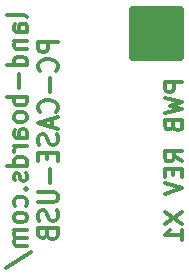
<source format=gbr>
G04 #@! TF.FileFunction,Legend,Bot*
%FSLAX46Y46*%
G04 Gerber Fmt 4.6, Leading zero omitted, Abs format (unit mm)*
G04 Created by KiCad (PCBNEW 4.0.1-stable) date 7/2/2016 9:18:38 PM*
%MOMM*%
G01*
G04 APERTURE LIST*
%ADD10C,0.150000*%
%ADD11C,0.300000*%
%ADD12C,0.650000*%
G04 APERTURE END LIST*
D10*
D11*
X15328571Y-14907144D02*
X13828571Y-14907144D01*
X13828571Y-15478572D01*
X13900000Y-15621430D01*
X13971429Y-15692858D01*
X14114286Y-15764287D01*
X14328571Y-15764287D01*
X14471429Y-15692858D01*
X14542857Y-15621430D01*
X14614286Y-15478572D01*
X14614286Y-14907144D01*
X13828571Y-16264287D02*
X15328571Y-16621430D01*
X14257143Y-16907144D01*
X15328571Y-17192858D01*
X13828571Y-17550001D01*
X14542857Y-18621430D02*
X14614286Y-18835716D01*
X14685714Y-18907144D01*
X14828571Y-18978573D01*
X15042857Y-18978573D01*
X15185714Y-18907144D01*
X15257143Y-18835716D01*
X15328571Y-18692858D01*
X15328571Y-18121430D01*
X13828571Y-18121430D01*
X13828571Y-18621430D01*
X13900000Y-18764287D01*
X13971429Y-18835716D01*
X14114286Y-18907144D01*
X14257143Y-18907144D01*
X14400000Y-18835716D01*
X14471429Y-18764287D01*
X14542857Y-18621430D01*
X14542857Y-18121430D01*
X15328571Y-21621430D02*
X14614286Y-21121430D01*
X15328571Y-20764287D02*
X13828571Y-20764287D01*
X13828571Y-21335715D01*
X13900000Y-21478573D01*
X13971429Y-21550001D01*
X14114286Y-21621430D01*
X14328571Y-21621430D01*
X14471429Y-21550001D01*
X14542857Y-21478573D01*
X14614286Y-21335715D01*
X14614286Y-20764287D01*
X14542857Y-22264287D02*
X14542857Y-22764287D01*
X15328571Y-22978573D02*
X15328571Y-22264287D01*
X13828571Y-22264287D01*
X13828571Y-22978573D01*
X13828571Y-23407144D02*
X15328571Y-23907144D01*
X13828571Y-24407144D01*
X13828571Y-25907144D02*
X15328571Y-26907144D01*
X13828571Y-26907144D02*
X15328571Y-25907144D01*
X15328571Y-28264286D02*
X15328571Y-27407143D01*
X15328571Y-27835715D02*
X13828571Y-27835715D01*
X14042857Y-27692858D01*
X14185714Y-27550000D01*
X14257143Y-27407143D01*
X2141181Y-9429761D02*
X2062562Y-9282142D01*
X1905324Y-9208333D01*
X490181Y-9208333D01*
X2141181Y-10684523D02*
X1276371Y-10684523D01*
X1119133Y-10610714D01*
X1040514Y-10463095D01*
X1040514Y-10167857D01*
X1119133Y-10020238D01*
X2062562Y-10684523D02*
X2141181Y-10536904D01*
X2141181Y-10167857D01*
X2062562Y-10020238D01*
X1905324Y-9946428D01*
X1748086Y-9946428D01*
X1590848Y-10020238D01*
X1512229Y-10167857D01*
X1512229Y-10536904D01*
X1433610Y-10684523D01*
X1040514Y-11422619D02*
X2141181Y-11422619D01*
X1197752Y-11422619D02*
X1119133Y-11496428D01*
X1040514Y-11644047D01*
X1040514Y-11865476D01*
X1119133Y-12013095D01*
X1276371Y-12086904D01*
X2141181Y-12086904D01*
X2141181Y-13489285D02*
X490181Y-13489285D01*
X2062562Y-13489285D02*
X2141181Y-13341666D01*
X2141181Y-13046428D01*
X2062562Y-12898809D01*
X1983943Y-12825000D01*
X1826705Y-12751190D01*
X1354990Y-12751190D01*
X1197752Y-12825000D01*
X1119133Y-12898809D01*
X1040514Y-13046428D01*
X1040514Y-13341666D01*
X1119133Y-13489285D01*
X1512229Y-14227381D02*
X1512229Y-15408333D01*
X2141181Y-16146429D02*
X490181Y-16146429D01*
X1119133Y-16146429D02*
X1040514Y-16294048D01*
X1040514Y-16589286D01*
X1119133Y-16736905D01*
X1197752Y-16810714D01*
X1354990Y-16884524D01*
X1826705Y-16884524D01*
X1983943Y-16810714D01*
X2062562Y-16736905D01*
X2141181Y-16589286D01*
X2141181Y-16294048D01*
X2062562Y-16146429D01*
X2141181Y-17770238D02*
X2062562Y-17622619D01*
X1983943Y-17548810D01*
X1826705Y-17475000D01*
X1354990Y-17475000D01*
X1197752Y-17548810D01*
X1119133Y-17622619D01*
X1040514Y-17770238D01*
X1040514Y-17991667D01*
X1119133Y-18139286D01*
X1197752Y-18213095D01*
X1354990Y-18286905D01*
X1826705Y-18286905D01*
X1983943Y-18213095D01*
X2062562Y-18139286D01*
X2141181Y-17991667D01*
X2141181Y-17770238D01*
X2141181Y-19615476D02*
X1276371Y-19615476D01*
X1119133Y-19541667D01*
X1040514Y-19394048D01*
X1040514Y-19098810D01*
X1119133Y-18951191D01*
X2062562Y-19615476D02*
X2141181Y-19467857D01*
X2141181Y-19098810D01*
X2062562Y-18951191D01*
X1905324Y-18877381D01*
X1748086Y-18877381D01*
X1590848Y-18951191D01*
X1512229Y-19098810D01*
X1512229Y-19467857D01*
X1433610Y-19615476D01*
X2141181Y-20353572D02*
X1040514Y-20353572D01*
X1354990Y-20353572D02*
X1197752Y-20427381D01*
X1119133Y-20501191D01*
X1040514Y-20648810D01*
X1040514Y-20796429D01*
X2141181Y-21977381D02*
X490181Y-21977381D01*
X2062562Y-21977381D02*
X2141181Y-21829762D01*
X2141181Y-21534524D01*
X2062562Y-21386905D01*
X1983943Y-21313096D01*
X1826705Y-21239286D01*
X1354990Y-21239286D01*
X1197752Y-21313096D01*
X1119133Y-21386905D01*
X1040514Y-21534524D01*
X1040514Y-21829762D01*
X1119133Y-21977381D01*
X2062562Y-22641667D02*
X2141181Y-22789286D01*
X2141181Y-23084524D01*
X2062562Y-23232143D01*
X1905324Y-23305953D01*
X1826705Y-23305953D01*
X1669467Y-23232143D01*
X1590848Y-23084524D01*
X1590848Y-22863096D01*
X1512229Y-22715477D01*
X1354990Y-22641667D01*
X1276371Y-22641667D01*
X1119133Y-22715477D01*
X1040514Y-22863096D01*
X1040514Y-23084524D01*
X1119133Y-23232143D01*
X1983943Y-23970239D02*
X2062562Y-24044048D01*
X2141181Y-23970239D01*
X2062562Y-23896429D01*
X1983943Y-23970239D01*
X2141181Y-23970239D01*
X2062562Y-25372619D02*
X2141181Y-25225000D01*
X2141181Y-24929762D01*
X2062562Y-24782143D01*
X1983943Y-24708334D01*
X1826705Y-24634524D01*
X1354990Y-24634524D01*
X1197752Y-24708334D01*
X1119133Y-24782143D01*
X1040514Y-24929762D01*
X1040514Y-25225000D01*
X1119133Y-25372619D01*
X2141181Y-26258333D02*
X2062562Y-26110714D01*
X1983943Y-26036905D01*
X1826705Y-25963095D01*
X1354990Y-25963095D01*
X1197752Y-26036905D01*
X1119133Y-26110714D01*
X1040514Y-26258333D01*
X1040514Y-26479762D01*
X1119133Y-26627381D01*
X1197752Y-26701190D01*
X1354990Y-26775000D01*
X1826705Y-26775000D01*
X1983943Y-26701190D01*
X2062562Y-26627381D01*
X2141181Y-26479762D01*
X2141181Y-26258333D01*
X2141181Y-27439286D02*
X1040514Y-27439286D01*
X1197752Y-27439286D02*
X1119133Y-27513095D01*
X1040514Y-27660714D01*
X1040514Y-27882143D01*
X1119133Y-28029762D01*
X1276371Y-28103571D01*
X2141181Y-28103571D01*
X1276371Y-28103571D02*
X1119133Y-28177381D01*
X1040514Y-28325000D01*
X1040514Y-28546428D01*
X1119133Y-28694048D01*
X1276371Y-28767857D01*
X2141181Y-28767857D01*
X411562Y-30613095D02*
X2534276Y-29284524D01*
X4752581Y-11496429D02*
X3101581Y-11496429D01*
X3101581Y-12086905D01*
X3180200Y-12234524D01*
X3258819Y-12308333D01*
X3416057Y-12382143D01*
X3651914Y-12382143D01*
X3809152Y-12308333D01*
X3887771Y-12234524D01*
X3966390Y-12086905D01*
X3966390Y-11496429D01*
X4595343Y-13932143D02*
X4673962Y-13858333D01*
X4752581Y-13636905D01*
X4752581Y-13489286D01*
X4673962Y-13267857D01*
X4516724Y-13120238D01*
X4359486Y-13046429D01*
X4045010Y-12972619D01*
X3809152Y-12972619D01*
X3494676Y-13046429D01*
X3337438Y-13120238D01*
X3180200Y-13267857D01*
X3101581Y-13489286D01*
X3101581Y-13636905D01*
X3180200Y-13858333D01*
X3258819Y-13932143D01*
X4123629Y-14596429D02*
X4123629Y-15777381D01*
X4595343Y-17401191D02*
X4673962Y-17327381D01*
X4752581Y-17105953D01*
X4752581Y-16958334D01*
X4673962Y-16736905D01*
X4516724Y-16589286D01*
X4359486Y-16515477D01*
X4045010Y-16441667D01*
X3809152Y-16441667D01*
X3494676Y-16515477D01*
X3337438Y-16589286D01*
X3180200Y-16736905D01*
X3101581Y-16958334D01*
X3101581Y-17105953D01*
X3180200Y-17327381D01*
X3258819Y-17401191D01*
X4280867Y-17991667D02*
X4280867Y-18729762D01*
X4752581Y-17844048D02*
X3101581Y-18360715D01*
X4752581Y-18877381D01*
X4673962Y-19320238D02*
X4752581Y-19541667D01*
X4752581Y-19910714D01*
X4673962Y-20058333D01*
X4595343Y-20132143D01*
X4438105Y-20205952D01*
X4280867Y-20205952D01*
X4123629Y-20132143D01*
X4045010Y-20058333D01*
X3966390Y-19910714D01*
X3887771Y-19615476D01*
X3809152Y-19467857D01*
X3730533Y-19394048D01*
X3573295Y-19320238D01*
X3416057Y-19320238D01*
X3258819Y-19394048D01*
X3180200Y-19467857D01*
X3101581Y-19615476D01*
X3101581Y-19984524D01*
X3180200Y-20205952D01*
X3887771Y-20870238D02*
X3887771Y-21386904D01*
X4752581Y-21608333D02*
X4752581Y-20870238D01*
X3101581Y-20870238D01*
X3101581Y-21608333D01*
X4123629Y-22272619D02*
X4123629Y-23453571D01*
X3101581Y-24191667D02*
X4438105Y-24191667D01*
X4595343Y-24265476D01*
X4673962Y-24339286D01*
X4752581Y-24486905D01*
X4752581Y-24782143D01*
X4673962Y-24929762D01*
X4595343Y-25003571D01*
X4438105Y-25077381D01*
X3101581Y-25077381D01*
X4673962Y-25741667D02*
X4752581Y-25963096D01*
X4752581Y-26332143D01*
X4673962Y-26479762D01*
X4595343Y-26553572D01*
X4438105Y-26627381D01*
X4280867Y-26627381D01*
X4123629Y-26553572D01*
X4045010Y-26479762D01*
X3966390Y-26332143D01*
X3887771Y-26036905D01*
X3809152Y-25889286D01*
X3730533Y-25815477D01*
X3573295Y-25741667D01*
X3416057Y-25741667D01*
X3258819Y-25815477D01*
X3180200Y-25889286D01*
X3101581Y-26036905D01*
X3101581Y-26405953D01*
X3180200Y-26627381D01*
X3887771Y-27808333D02*
X3966390Y-28029762D01*
X4045010Y-28103571D01*
X4202248Y-28177381D01*
X4438105Y-28177381D01*
X4595343Y-28103571D01*
X4673962Y-28029762D01*
X4752581Y-27882143D01*
X4752581Y-27291667D01*
X3101581Y-27291667D01*
X3101581Y-27808333D01*
X3180200Y-27955952D01*
X3258819Y-28029762D01*
X3416057Y-28103571D01*
X3573295Y-28103571D01*
X3730533Y-28029762D01*
X3809152Y-27955952D01*
X3887771Y-27808333D01*
X3887771Y-27291667D01*
D12*
X15150000Y-12800000D02*
X15150000Y-8800000D01*
X15150000Y-8800000D02*
X11150000Y-8800000D01*
X11150000Y-8800000D02*
X11150000Y-12800000D01*
X11150000Y-8800000D02*
X15150000Y-8800000D01*
X11150000Y-9300000D02*
X15150000Y-9300000D01*
X11150000Y-9800000D02*
X15150000Y-9800000D01*
X11150000Y-10300000D02*
X15150000Y-10300000D01*
X11150000Y-10800000D02*
X15150000Y-10800000D01*
X11150000Y-11300000D02*
X15150000Y-11300000D01*
X11150000Y-11800000D02*
X15150000Y-11800000D01*
X11150000Y-12800000D02*
X15150000Y-12800000D01*
X11150000Y-12300000D02*
X15150000Y-12300000D01*
D10*
X11150000Y-12800000D02*
X15150000Y-12800000D01*
X15150000Y-12800000D02*
X15150000Y-8800000D01*
X15150000Y-8800000D02*
X11150000Y-8800000D01*
X11150000Y-8800000D02*
X11150000Y-12800000D01*
M02*

</source>
